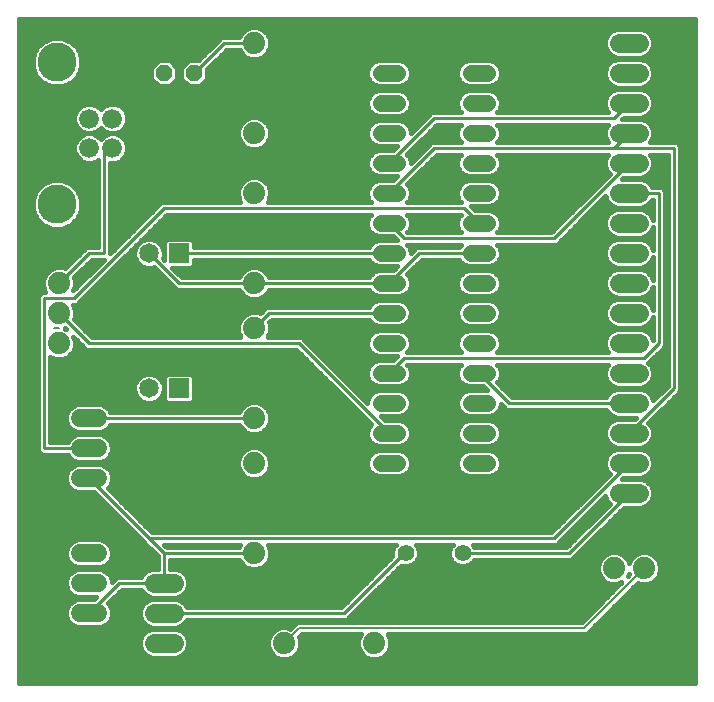
<source format=gbl>
G75*
G70*
%OFA0B0*%
%FSLAX24Y24*%
%IPPOS*%
%LPD*%
%AMOC8*
5,1,8,0,0,1.08239X$1,22.5*
%
%ADD10C,0.0560*%
%ADD11C,0.0640*%
%ADD12C,0.0650*%
%ADD13R,0.0650X0.0650*%
%ADD14OC8,0.0560*%
%ADD15C,0.0560*%
%ADD16C,0.0740*%
%ADD17C,0.0660*%
%ADD18C,0.1300*%
%ADD19C,0.0600*%
%ADD20C,0.0100*%
%ADD21C,0.0080*%
%ADD22C,0.0160*%
D10*
X014781Y007680D02*
X015341Y007680D01*
X015341Y008680D02*
X014781Y008680D01*
X014781Y009680D02*
X015341Y009680D01*
X015341Y010680D02*
X014781Y010680D01*
X014781Y011680D02*
X015341Y011680D01*
X015341Y012680D02*
X014781Y012680D01*
X014781Y013680D02*
X015341Y013680D01*
X015341Y014680D02*
X014781Y014680D01*
X014781Y015680D02*
X015341Y015680D01*
X015341Y016680D02*
X014781Y016680D01*
X014781Y017680D02*
X015341Y017680D01*
X015341Y018680D02*
X014781Y018680D01*
X014781Y019680D02*
X015341Y019680D01*
X015341Y020680D02*
X014781Y020680D01*
X017781Y020680D02*
X018341Y020680D01*
X018341Y019680D02*
X017781Y019680D01*
X017781Y018680D02*
X018341Y018680D01*
X018341Y017680D02*
X017781Y017680D01*
X017781Y016680D02*
X018341Y016680D01*
X018341Y015680D02*
X017781Y015680D01*
X017781Y014680D02*
X018341Y014680D01*
X018341Y013680D02*
X017781Y013680D01*
X017781Y012680D02*
X018341Y012680D01*
X018341Y011680D02*
X017781Y011680D01*
X017781Y010680D02*
X018341Y010680D01*
X018341Y009680D02*
X017781Y009680D01*
X017781Y008680D02*
X018341Y008680D01*
X018341Y007680D02*
X017781Y007680D01*
D11*
X022741Y007680D02*
X023381Y007680D01*
X023381Y006680D02*
X022741Y006680D01*
X022741Y008680D02*
X023381Y008680D01*
X023381Y009680D02*
X022741Y009680D01*
X022741Y010680D02*
X023381Y010680D01*
X023381Y011680D02*
X022741Y011680D01*
X022741Y012680D02*
X023381Y012680D01*
X023381Y013680D02*
X022741Y013680D01*
X022741Y014680D02*
X023381Y014680D01*
X023381Y015680D02*
X022741Y015680D01*
X022741Y016680D02*
X023381Y016680D01*
X023381Y017680D02*
X022741Y017680D01*
X022741Y018680D02*
X023381Y018680D01*
X023381Y019680D02*
X022741Y019680D01*
X022741Y020680D02*
X023381Y020680D01*
X023381Y021680D02*
X022741Y021680D01*
X007881Y003680D02*
X007241Y003680D01*
X007241Y002680D02*
X007881Y002680D01*
X007881Y001680D02*
X007241Y001680D01*
D12*
X007061Y010180D03*
X007061Y014680D03*
D13*
X008061Y014680D03*
X008061Y010180D03*
D14*
X007561Y020680D03*
X008561Y020680D03*
D15*
X015611Y004680D03*
X017511Y004680D03*
D16*
X014561Y001680D03*
X011561Y001680D03*
X010561Y004680D03*
X010561Y007680D03*
X010561Y009180D03*
X010561Y012180D03*
X010561Y013680D03*
X010561Y016680D03*
X010561Y018680D03*
X010561Y021680D03*
X004061Y013680D03*
X004061Y012680D03*
X004061Y011680D03*
X022561Y004180D03*
X023561Y004180D03*
D17*
X005841Y018188D03*
X005061Y018188D03*
X005061Y019172D03*
X005841Y019172D03*
D18*
X003991Y021050D03*
X003991Y016310D03*
D19*
X004761Y009180D02*
X005361Y009180D01*
X005361Y008180D02*
X004761Y008180D01*
X004761Y007180D02*
X005361Y007180D01*
X005361Y004680D02*
X004761Y004680D01*
X004761Y003680D02*
X005361Y003680D01*
X005361Y002680D02*
X004761Y002680D01*
D20*
X005061Y002680D02*
X006061Y003680D01*
X007561Y003680D01*
X007561Y004680D01*
X010561Y004680D01*
X007561Y002680D02*
X013561Y002680D01*
X015561Y004680D01*
X015611Y004680D01*
X017511Y004680D02*
X021061Y004680D01*
X023061Y006680D01*
X023061Y007680D02*
X020561Y005180D01*
X007061Y005180D01*
X005061Y007180D01*
X005061Y008180D02*
X003561Y008180D01*
X003561Y013180D01*
X004561Y013180D01*
X007561Y016180D01*
X017561Y016180D01*
X018061Y015680D01*
X018061Y014680D02*
X016061Y014680D01*
X015061Y013680D01*
X010561Y013680D01*
X008061Y013680D01*
X007061Y014680D01*
X008061Y014680D02*
X015061Y014680D01*
X015561Y015180D02*
X020561Y015180D01*
X023061Y017680D01*
X022561Y018180D02*
X024561Y018180D01*
X024561Y010180D01*
X023061Y008680D01*
X023061Y009680D02*
X019061Y009680D01*
X018061Y010680D01*
X015561Y011180D02*
X023561Y011180D01*
X024061Y011680D01*
X024061Y016680D01*
X023061Y016680D01*
X022561Y018180D02*
X023061Y018680D01*
X022561Y018180D02*
X016561Y018180D01*
X015061Y016680D01*
X015061Y015680D02*
X015561Y015180D01*
X015061Y012680D02*
X011061Y012680D01*
X010561Y012180D01*
X012061Y011680D02*
X005061Y011680D01*
X004061Y012680D01*
X004061Y013680D02*
X005061Y014680D01*
X005561Y014680D01*
X005561Y018180D01*
X005841Y018188D01*
X008561Y020680D02*
X009561Y021680D01*
X010561Y021680D01*
X015061Y017680D02*
X016561Y019180D01*
X022561Y019180D01*
X023061Y019680D01*
X015561Y011180D02*
X015061Y010680D01*
X015061Y008680D02*
X012061Y011680D01*
X010561Y009180D02*
X005061Y009180D01*
X007061Y005180D02*
X007561Y004680D01*
D21*
X011561Y001680D02*
X012061Y002180D01*
X021561Y002180D01*
X023561Y004180D01*
X004061Y012180D02*
X003883Y012180D01*
D22*
X002741Y022496D02*
X002741Y000360D01*
X025251Y000360D01*
X025251Y022496D01*
X002741Y022496D01*
X002741Y022405D02*
X025251Y022405D01*
X025251Y022246D02*
X002741Y022246D01*
X002741Y022088D02*
X010219Y022088D01*
X010261Y022129D02*
X010112Y021980D01*
X010075Y021890D01*
X009474Y021890D01*
X009351Y021767D01*
X008704Y021120D01*
X008379Y021120D01*
X008121Y020862D01*
X008121Y020498D01*
X008379Y020240D01*
X008744Y020240D01*
X009001Y020498D01*
X009001Y020823D01*
X009648Y021470D01*
X010075Y021470D01*
X010112Y021380D01*
X010261Y021231D01*
X010456Y021150D01*
X010667Y021150D01*
X010861Y021231D01*
X011011Y021380D01*
X011091Y021575D01*
X011091Y021785D01*
X011011Y021980D01*
X010861Y022129D01*
X010667Y022210D01*
X010456Y022210D01*
X010261Y022129D01*
X010091Y021929D02*
X002741Y021929D01*
X002741Y021771D02*
X003614Y021771D01*
X003532Y021737D02*
X003305Y021509D01*
X003181Y021211D01*
X003181Y020889D01*
X003305Y020591D01*
X003532Y020363D01*
X003830Y020240D01*
X004152Y020240D01*
X004450Y020363D01*
X004678Y020591D01*
X004801Y020889D01*
X004801Y021211D01*
X004678Y021509D01*
X004450Y021737D01*
X004152Y021860D01*
X003830Y021860D01*
X003532Y021737D01*
X003408Y021612D02*
X002741Y021612D01*
X002741Y021454D02*
X003282Y021454D01*
X003216Y021295D02*
X002741Y021295D01*
X002741Y021137D02*
X003181Y021137D01*
X003181Y020978D02*
X002741Y020978D01*
X002741Y020820D02*
X003210Y020820D01*
X003276Y020661D02*
X002741Y020661D01*
X002741Y020503D02*
X003393Y020503D01*
X003579Y020344D02*
X002741Y020344D01*
X002741Y020186D02*
X025251Y020186D01*
X025251Y020344D02*
X023724Y020344D01*
X023788Y020408D02*
X023653Y020273D01*
X023477Y020200D01*
X022646Y020200D01*
X022469Y020273D01*
X022334Y020408D01*
X022261Y020585D01*
X022261Y020775D01*
X022334Y020952D01*
X022469Y021087D01*
X022646Y021160D01*
X023477Y021160D01*
X023653Y021087D01*
X023788Y020952D01*
X023861Y020775D01*
X023861Y020585D01*
X023788Y020408D01*
X023827Y020503D02*
X025251Y020503D01*
X025251Y020661D02*
X023861Y020661D01*
X023843Y020820D02*
X025251Y020820D01*
X025251Y020978D02*
X023762Y020978D01*
X023533Y021137D02*
X025251Y021137D01*
X025251Y021295D02*
X023675Y021295D01*
X023653Y021273D02*
X023788Y021408D01*
X023861Y021585D01*
X023861Y021775D01*
X023788Y021952D01*
X023653Y022087D01*
X023477Y022160D01*
X022646Y022160D01*
X022469Y022087D01*
X022334Y021952D01*
X022261Y021775D01*
X022261Y021585D01*
X022334Y021408D01*
X022469Y021273D01*
X022646Y021200D01*
X023477Y021200D01*
X023653Y021273D01*
X023807Y021454D02*
X025251Y021454D01*
X025251Y021612D02*
X023861Y021612D01*
X023861Y021771D02*
X025251Y021771D01*
X025251Y021929D02*
X023798Y021929D01*
X023652Y022088D02*
X025251Y022088D01*
X023653Y020087D02*
X023477Y020160D01*
X022646Y020160D01*
X022469Y020087D01*
X022334Y019952D01*
X022261Y019775D01*
X022261Y019585D01*
X022334Y019408D01*
X022352Y019390D01*
X018674Y019390D01*
X018714Y019431D01*
X018781Y019592D01*
X018781Y019768D01*
X018714Y019929D01*
X018590Y020053D01*
X018429Y020120D01*
X017694Y020120D01*
X017532Y020053D01*
X017408Y019929D01*
X017341Y019768D01*
X017341Y019592D01*
X017408Y019431D01*
X017449Y019390D01*
X016474Y019390D01*
X016351Y019267D01*
X015781Y018697D01*
X015781Y018768D01*
X015714Y018929D01*
X015590Y019053D01*
X015429Y019120D01*
X014694Y019120D01*
X014532Y019053D01*
X014408Y018929D01*
X014341Y018768D01*
X014341Y018592D01*
X014408Y018431D01*
X014532Y018307D01*
X014694Y018240D01*
X015324Y018240D01*
X015204Y018120D01*
X014694Y018120D01*
X014532Y018053D01*
X014408Y017929D01*
X014341Y017768D01*
X014341Y017592D01*
X014408Y017431D01*
X014532Y017307D01*
X014694Y017240D01*
X015324Y017240D01*
X015204Y017120D01*
X014694Y017120D01*
X014532Y017053D01*
X014408Y016929D01*
X014341Y016768D01*
X014341Y016592D01*
X014408Y016431D01*
X014449Y016390D01*
X011015Y016390D01*
X011091Y016575D01*
X011091Y016785D01*
X011011Y016980D01*
X010861Y017129D01*
X010667Y017210D01*
X010456Y017210D01*
X010261Y017129D01*
X010112Y016980D01*
X010031Y016785D01*
X010031Y016575D01*
X010108Y016390D01*
X007474Y016390D01*
X005771Y014687D01*
X005771Y017698D01*
X005939Y017698D01*
X006119Y017772D01*
X006257Y017910D01*
X006331Y018090D01*
X006331Y018285D01*
X006257Y018465D01*
X006119Y018603D01*
X005939Y018678D01*
X005744Y018678D01*
X005564Y018603D01*
X005451Y018491D01*
X005339Y018603D01*
X005159Y018678D01*
X004964Y018678D01*
X004784Y018603D01*
X004646Y018465D01*
X004571Y018285D01*
X004571Y018090D01*
X004646Y017910D01*
X004784Y017772D01*
X004964Y017698D01*
X005159Y017698D01*
X005339Y017772D01*
X005351Y017785D01*
X005351Y014890D01*
X004974Y014890D01*
X004257Y014173D01*
X004167Y014210D01*
X003956Y014210D01*
X003761Y014129D01*
X003612Y013980D01*
X003531Y013785D01*
X003531Y013575D01*
X003608Y013390D01*
X003474Y013390D01*
X003351Y013267D01*
X003351Y008093D01*
X003474Y007970D01*
X004350Y007970D01*
X004371Y007919D01*
X004501Y007790D01*
X004670Y007720D01*
X005453Y007720D01*
X005622Y007790D01*
X005751Y007919D01*
X005821Y008088D01*
X005821Y008271D01*
X005751Y008441D01*
X005622Y008570D01*
X005453Y008640D01*
X004670Y008640D01*
X004501Y008570D01*
X004371Y008441D01*
X004350Y008390D01*
X003771Y008390D01*
X003771Y011226D01*
X003956Y011150D01*
X004167Y011150D01*
X004361Y011231D01*
X004511Y011380D01*
X004591Y011575D01*
X004591Y011785D01*
X004659Y011785D01*
X004591Y011785D02*
X004543Y011901D01*
X004974Y011470D01*
X011974Y011470D01*
X014462Y008983D01*
X014408Y008929D01*
X014341Y008768D01*
X014341Y008592D01*
X014408Y008431D01*
X014532Y008307D01*
X014694Y008240D01*
X015429Y008240D01*
X015590Y008307D01*
X015714Y008431D01*
X015781Y008592D01*
X015781Y008768D01*
X015714Y008929D01*
X015590Y009053D01*
X015429Y009120D01*
X014918Y009120D01*
X014798Y009240D01*
X015429Y009240D01*
X015590Y009307D01*
X015714Y009431D01*
X015781Y009592D01*
X015781Y009768D01*
X015714Y009929D01*
X015590Y010053D01*
X015429Y010120D01*
X014694Y010120D01*
X014532Y010053D01*
X014408Y009929D01*
X014341Y009768D01*
X014341Y009697D01*
X012271Y011767D01*
X012148Y011890D01*
X011015Y011890D01*
X011091Y012075D01*
X011091Y012285D01*
X011054Y012376D01*
X011148Y012470D01*
X014392Y012470D01*
X014408Y012431D01*
X014532Y012307D01*
X014694Y012240D01*
X015429Y012240D01*
X015590Y012307D01*
X015714Y012431D01*
X015781Y012592D01*
X015781Y012768D01*
X015714Y012929D01*
X015590Y013053D01*
X017532Y013053D01*
X017408Y012929D01*
X017341Y012768D01*
X017341Y012592D01*
X017408Y012431D01*
X017532Y012307D01*
X017694Y012240D01*
X018429Y012240D01*
X018590Y012307D01*
X018714Y012431D01*
X018781Y012592D01*
X018781Y012768D01*
X018714Y012929D01*
X018590Y013053D01*
X022435Y013053D01*
X022469Y013087D02*
X022334Y012952D01*
X022261Y012775D01*
X022261Y012585D01*
X022334Y012408D01*
X022469Y012273D01*
X022646Y012200D01*
X023477Y012200D01*
X023653Y012273D01*
X023788Y012408D01*
X023851Y012560D01*
X023851Y011800D01*
X023788Y011952D01*
X023653Y012087D01*
X023477Y012160D01*
X022646Y012160D01*
X022469Y012087D01*
X022334Y011952D01*
X022261Y011775D01*
X022261Y011585D01*
X022334Y011408D01*
X022352Y011390D01*
X018674Y011390D01*
X018714Y011431D01*
X018781Y011592D01*
X018781Y011768D01*
X018714Y011929D01*
X018590Y012053D01*
X018429Y012120D01*
X017694Y012120D01*
X017532Y012053D01*
X017408Y011929D01*
X017341Y011768D01*
X017341Y011592D01*
X017408Y011431D01*
X017449Y011390D01*
X015674Y011390D01*
X015714Y011431D01*
X015781Y011592D01*
X015781Y011768D01*
X015714Y011929D01*
X015590Y012053D01*
X015429Y012120D01*
X014694Y012120D01*
X014532Y012053D01*
X014408Y011929D01*
X014341Y011768D01*
X014341Y011592D01*
X014408Y011431D01*
X014532Y011307D01*
X014694Y011240D01*
X015324Y011240D01*
X015204Y011120D01*
X014694Y011120D01*
X014532Y011053D01*
X014408Y010929D01*
X014341Y010768D01*
X014341Y010592D01*
X014408Y010431D01*
X014532Y010307D01*
X014694Y010240D01*
X015429Y010240D01*
X015590Y010307D01*
X015714Y010431D01*
X015781Y010592D01*
X015781Y010768D01*
X015714Y010929D01*
X015674Y010970D01*
X017449Y010970D01*
X017408Y010929D01*
X017341Y010768D01*
X017341Y010592D01*
X017408Y010431D01*
X017532Y010307D01*
X017694Y010240D01*
X018204Y010240D01*
X018324Y010120D01*
X017694Y010120D01*
X017532Y010053D01*
X017408Y009929D01*
X017341Y009768D01*
X017341Y009592D01*
X017408Y009431D01*
X017532Y009307D01*
X017694Y009240D01*
X018429Y009240D01*
X018590Y009307D01*
X018714Y009431D01*
X018781Y009592D01*
X018781Y009663D01*
X018851Y009593D01*
X018974Y009470D01*
X022309Y009470D01*
X022334Y009408D01*
X022469Y009273D01*
X022646Y009200D01*
X023284Y009200D01*
X023244Y009160D01*
X022646Y009160D01*
X022469Y009087D01*
X022334Y008952D01*
X022261Y008775D01*
X022261Y008585D01*
X022334Y008408D01*
X022469Y008273D01*
X022646Y008200D01*
X023477Y008200D01*
X023653Y008273D01*
X023788Y008408D01*
X023861Y008585D01*
X023861Y008775D01*
X023788Y008952D01*
X023709Y009031D01*
X024648Y009970D01*
X024771Y010093D01*
X024771Y018267D01*
X024648Y018390D01*
X023770Y018390D01*
X023788Y018408D01*
X023861Y018585D01*
X023861Y018775D01*
X023788Y018952D01*
X023653Y019087D01*
X023477Y019160D01*
X022838Y019160D01*
X022878Y019200D01*
X023477Y019200D01*
X023653Y019273D01*
X023788Y019408D01*
X023861Y019585D01*
X023861Y019775D01*
X023788Y019952D01*
X023653Y020087D01*
X023713Y020027D02*
X025251Y020027D01*
X025251Y019869D02*
X023823Y019869D01*
X023861Y019710D02*
X025251Y019710D01*
X025251Y019552D02*
X023848Y019552D01*
X023773Y019393D02*
X025251Y019393D01*
X025251Y019235D02*
X023560Y019235D01*
X023664Y019076D02*
X025251Y019076D01*
X025251Y018918D02*
X023802Y018918D01*
X023861Y018759D02*
X025251Y018759D01*
X025251Y018601D02*
X023861Y018601D01*
X023802Y018442D02*
X025251Y018442D01*
X025251Y018284D02*
X024755Y018284D01*
X024771Y018125D02*
X025251Y018125D01*
X025251Y017967D02*
X024771Y017967D01*
X024771Y017808D02*
X025251Y017808D01*
X025251Y017650D02*
X024771Y017650D01*
X024771Y017491D02*
X025251Y017491D01*
X025251Y017333D02*
X024771Y017333D01*
X024771Y017174D02*
X025251Y017174D01*
X025251Y017016D02*
X024771Y017016D01*
X024771Y016857D02*
X025251Y016857D01*
X025251Y016699D02*
X024771Y016699D01*
X024771Y016540D02*
X025251Y016540D01*
X025251Y016382D02*
X024771Y016382D01*
X024771Y016223D02*
X025251Y016223D01*
X025251Y016065D02*
X024771Y016065D01*
X024771Y015906D02*
X025251Y015906D01*
X025251Y015748D02*
X024771Y015748D01*
X024771Y015589D02*
X025251Y015589D01*
X025251Y015431D02*
X024771Y015431D01*
X024771Y015272D02*
X025251Y015272D01*
X025251Y015114D02*
X024771Y015114D01*
X024771Y014955D02*
X025251Y014955D01*
X025251Y014797D02*
X024771Y014797D01*
X024771Y014638D02*
X025251Y014638D01*
X025251Y014480D02*
X024771Y014480D01*
X024771Y014321D02*
X025251Y014321D01*
X025251Y014163D02*
X024771Y014163D01*
X024771Y014004D02*
X025251Y014004D01*
X025251Y013846D02*
X024771Y013846D01*
X024771Y013687D02*
X025251Y013687D01*
X025251Y013529D02*
X024771Y013529D01*
X024771Y013370D02*
X025251Y013370D01*
X025251Y013212D02*
X024771Y013212D01*
X024771Y013053D02*
X025251Y013053D01*
X025251Y012895D02*
X024771Y012895D01*
X024771Y012736D02*
X025251Y012736D01*
X025251Y012578D02*
X024771Y012578D01*
X024771Y012419D02*
X025251Y012419D01*
X025251Y012261D02*
X024771Y012261D01*
X024771Y012102D02*
X025251Y012102D01*
X025251Y011944D02*
X024771Y011944D01*
X024771Y011785D02*
X025251Y011785D01*
X025251Y011627D02*
X024771Y011627D01*
X024771Y011468D02*
X025251Y011468D01*
X025251Y011310D02*
X024771Y011310D01*
X024771Y011151D02*
X025251Y011151D01*
X025251Y010993D02*
X024771Y010993D01*
X024771Y010834D02*
X025251Y010834D01*
X025251Y010676D02*
X024771Y010676D01*
X024771Y010517D02*
X025251Y010517D01*
X025251Y010359D02*
X024771Y010359D01*
X024771Y010200D02*
X025251Y010200D01*
X025251Y010042D02*
X024720Y010042D01*
X024561Y009883D02*
X025251Y009883D01*
X025251Y009725D02*
X024403Y009725D01*
X024244Y009566D02*
X025251Y009566D01*
X025251Y009408D02*
X024086Y009408D01*
X023927Y009249D02*
X025251Y009249D01*
X025251Y009091D02*
X023769Y009091D01*
X023796Y008932D02*
X025251Y008932D01*
X025251Y008774D02*
X023861Y008774D01*
X023861Y008615D02*
X025251Y008615D01*
X025251Y008457D02*
X023808Y008457D01*
X023678Y008298D02*
X025251Y008298D01*
X025251Y008140D02*
X023526Y008140D01*
X023477Y008160D02*
X022646Y008160D01*
X022469Y008087D01*
X022334Y007952D01*
X022261Y007775D01*
X022261Y007585D01*
X022334Y007408D01*
X022413Y007329D01*
X020474Y005390D01*
X007148Y005390D01*
X005685Y006853D01*
X005751Y006919D01*
X005821Y007088D01*
X005821Y007271D01*
X005751Y007441D01*
X005622Y007570D01*
X005453Y007640D01*
X004670Y007640D01*
X004501Y007570D01*
X004371Y007441D01*
X004301Y007271D01*
X004301Y007088D01*
X004371Y006919D01*
X004501Y006790D01*
X004670Y006720D01*
X005224Y006720D01*
X006851Y005093D01*
X006974Y004970D01*
X007351Y004593D01*
X007351Y004160D01*
X007146Y004160D01*
X006969Y004087D01*
X006834Y003952D01*
X006809Y003890D01*
X005974Y003890D01*
X005851Y003767D01*
X005821Y003737D01*
X005821Y003771D01*
X005751Y003941D01*
X005622Y004070D01*
X005453Y004140D01*
X004670Y004140D01*
X004501Y004070D01*
X004371Y003941D01*
X004301Y003771D01*
X004301Y003588D01*
X004371Y003419D01*
X004501Y003290D01*
X004670Y003220D01*
X005304Y003220D01*
X005224Y003140D01*
X004670Y003140D01*
X004501Y003070D01*
X004371Y002941D01*
X004301Y002771D01*
X004301Y002588D01*
X004371Y002419D01*
X004501Y002290D01*
X004670Y002220D01*
X005453Y002220D01*
X005622Y002290D01*
X005751Y002419D01*
X005821Y002588D01*
X005821Y002771D01*
X005751Y002941D01*
X005685Y003007D01*
X006148Y003470D01*
X006809Y003470D01*
X006834Y003408D01*
X006969Y003273D01*
X007146Y003200D01*
X007977Y003200D01*
X008153Y003273D01*
X008288Y003408D01*
X008361Y003585D01*
X008361Y003775D01*
X008288Y003952D01*
X008153Y004087D01*
X007977Y004160D01*
X007771Y004160D01*
X007771Y004470D01*
X010075Y004470D01*
X010112Y004380D01*
X010261Y004231D01*
X010456Y004150D01*
X010667Y004150D01*
X010861Y004231D01*
X011011Y004380D01*
X011091Y004575D01*
X011091Y004785D01*
X011015Y004970D01*
X015279Y004970D01*
X015238Y004929D01*
X015171Y004768D01*
X015171Y004592D01*
X015173Y004589D01*
X013474Y002890D01*
X008314Y002890D01*
X008288Y002952D01*
X008153Y003087D01*
X007977Y003160D01*
X007146Y003160D01*
X006969Y003087D01*
X006834Y002952D01*
X006761Y002775D01*
X006761Y002585D01*
X006834Y002408D01*
X006969Y002273D01*
X007146Y002200D01*
X007977Y002200D01*
X008153Y002273D01*
X008288Y002408D01*
X008314Y002470D01*
X013648Y002470D01*
X013771Y002593D01*
X015449Y004271D01*
X015524Y004240D01*
X015699Y004240D01*
X015860Y004307D01*
X015984Y004431D01*
X016051Y004592D01*
X016051Y004768D01*
X015984Y004929D01*
X015944Y004970D01*
X017179Y004970D01*
X017138Y004929D01*
X017071Y004768D01*
X017071Y004592D01*
X017138Y004431D01*
X017262Y004307D01*
X017424Y004240D01*
X017599Y004240D01*
X017760Y004307D01*
X017884Y004431D01*
X017901Y004470D01*
X021148Y004470D01*
X021271Y004593D01*
X022878Y006200D01*
X023477Y006200D01*
X023653Y006273D01*
X023788Y006408D01*
X023861Y006585D01*
X023861Y006775D01*
X023788Y006952D01*
X023653Y007087D01*
X023477Y007160D01*
X022838Y007160D01*
X022878Y007200D01*
X023477Y007200D01*
X023653Y007273D01*
X023788Y007408D01*
X023861Y007585D01*
X023861Y007775D01*
X023788Y007952D01*
X023653Y008087D01*
X023477Y008160D01*
X023759Y007981D02*
X025251Y007981D01*
X025251Y007823D02*
X023842Y007823D01*
X023861Y007664D02*
X025251Y007664D01*
X025251Y007506D02*
X023829Y007506D01*
X023727Y007347D02*
X025251Y007347D01*
X025251Y007189D02*
X022867Y007189D01*
X022395Y007347D02*
X018631Y007347D01*
X018590Y007307D02*
X018714Y007431D01*
X018781Y007592D01*
X018781Y007768D01*
X018714Y007929D01*
X018590Y008053D01*
X018429Y008120D01*
X017694Y008120D01*
X017532Y008053D01*
X017408Y007929D01*
X017341Y007768D01*
X017341Y007592D01*
X017408Y007431D01*
X017532Y007307D01*
X017694Y007240D01*
X018429Y007240D01*
X018590Y007307D01*
X018745Y007506D02*
X022294Y007506D01*
X022261Y007664D02*
X018781Y007664D01*
X018758Y007823D02*
X022281Y007823D01*
X022363Y007981D02*
X018662Y007981D01*
X018569Y008298D02*
X022444Y008298D01*
X022314Y008457D02*
X018725Y008457D01*
X018714Y008431D02*
X018781Y008592D01*
X018781Y008768D01*
X018714Y008929D01*
X018590Y009053D01*
X018429Y009120D01*
X017694Y009120D01*
X017532Y009053D01*
X017408Y008929D01*
X017341Y008768D01*
X017341Y008592D01*
X017408Y008431D01*
X017532Y008307D01*
X017694Y008240D01*
X018429Y008240D01*
X018590Y008307D01*
X018714Y008431D01*
X018781Y008615D02*
X022261Y008615D01*
X022261Y008774D02*
X018779Y008774D01*
X018711Y008932D02*
X022326Y008932D01*
X022478Y009091D02*
X018500Y009091D01*
X018451Y009249D02*
X022527Y009249D01*
X022335Y009408D02*
X018691Y009408D01*
X018770Y009566D02*
X018878Y009566D01*
X018851Y009593D02*
X018851Y009593D01*
X019148Y009890D02*
X018661Y010377D01*
X018714Y010431D01*
X018781Y010592D01*
X018781Y010768D01*
X018714Y010929D01*
X018674Y010970D01*
X022352Y010970D01*
X022334Y010952D01*
X022261Y010775D01*
X022261Y010585D01*
X022334Y010408D01*
X022469Y010273D01*
X022646Y010200D01*
X023477Y010200D01*
X024284Y010200D01*
X024351Y010267D02*
X024351Y017970D01*
X023770Y017970D01*
X023788Y017952D01*
X023861Y017775D01*
X023861Y017585D01*
X023788Y017408D01*
X023653Y017273D01*
X023477Y017200D01*
X022878Y017200D01*
X022838Y017160D01*
X023477Y017160D01*
X023653Y017087D01*
X023788Y016952D01*
X023814Y016890D01*
X024148Y016890D01*
X024271Y016767D01*
X024271Y011593D01*
X024148Y011470D01*
X023709Y011031D01*
X023788Y010952D01*
X023861Y010775D01*
X023861Y010585D01*
X023788Y010408D01*
X023653Y010273D01*
X023477Y010200D01*
X023477Y010160D02*
X022646Y010160D01*
X022469Y010087D01*
X022334Y009952D01*
X022309Y009890D01*
X019148Y009890D01*
X018997Y010042D02*
X022424Y010042D01*
X022646Y010200D02*
X018838Y010200D01*
X018680Y010359D02*
X022384Y010359D01*
X022289Y010517D02*
X018750Y010517D01*
X018781Y010676D02*
X022261Y010676D01*
X022286Y010834D02*
X018754Y010834D01*
X018730Y011468D02*
X022310Y011468D01*
X022261Y011627D02*
X018781Y011627D01*
X018774Y011785D02*
X022265Y011785D01*
X022331Y011944D02*
X018700Y011944D01*
X018472Y012102D02*
X022506Y012102D01*
X022500Y012261D02*
X018478Y012261D01*
X018703Y012419D02*
X022330Y012419D01*
X022264Y012578D02*
X018775Y012578D01*
X018781Y012736D02*
X022261Y012736D01*
X022311Y012895D02*
X018729Y012895D01*
X018590Y013053D02*
X018429Y013120D01*
X017694Y013120D01*
X017532Y013053D01*
X017394Y012895D02*
X015729Y012895D01*
X015781Y012736D02*
X017341Y012736D01*
X017347Y012578D02*
X015775Y012578D01*
X015703Y012419D02*
X017420Y012419D01*
X017644Y012261D02*
X015478Y012261D01*
X015472Y012102D02*
X017650Y012102D01*
X017423Y011944D02*
X015700Y011944D01*
X015774Y011785D02*
X017349Y011785D01*
X017341Y011627D02*
X015781Y011627D01*
X015730Y011468D02*
X017393Y011468D01*
X017369Y010834D02*
X015754Y010834D01*
X015781Y010676D02*
X017341Y010676D01*
X017373Y010517D02*
X015750Y010517D01*
X015642Y010359D02*
X017480Y010359D01*
X017521Y010042D02*
X015602Y010042D01*
X015733Y009883D02*
X017389Y009883D01*
X017341Y009725D02*
X015781Y009725D01*
X015770Y009566D02*
X017352Y009566D01*
X017431Y009408D02*
X015691Y009408D01*
X015451Y009249D02*
X017672Y009249D01*
X017623Y009091D02*
X015500Y009091D01*
X015711Y008932D02*
X017411Y008932D01*
X017344Y008774D02*
X015779Y008774D01*
X015781Y008615D02*
X017341Y008615D01*
X017398Y008457D02*
X015725Y008457D01*
X015569Y008298D02*
X017554Y008298D01*
X017460Y007981D02*
X015662Y007981D01*
X015714Y007929D02*
X015590Y008053D01*
X015429Y008120D01*
X014694Y008120D01*
X014532Y008053D01*
X014408Y007929D01*
X014341Y007768D01*
X014341Y007592D01*
X014408Y007431D01*
X014532Y007307D01*
X014694Y007240D01*
X015429Y007240D01*
X015590Y007307D01*
X015714Y007431D01*
X015781Y007592D01*
X015781Y007768D01*
X015714Y007929D01*
X015758Y007823D02*
X017364Y007823D01*
X017341Y007664D02*
X015781Y007664D01*
X015745Y007506D02*
X017377Y007506D01*
X017492Y007347D02*
X015631Y007347D01*
X014554Y008298D02*
X005810Y008298D01*
X005821Y008140D02*
X010286Y008140D01*
X010261Y008129D02*
X010456Y008210D01*
X010667Y008210D01*
X010861Y008129D01*
X011011Y007980D01*
X011091Y007785D01*
X011091Y007575D01*
X011011Y007380D01*
X010861Y007231D01*
X010667Y007150D01*
X010456Y007150D01*
X010261Y007231D01*
X010112Y007380D01*
X010031Y007575D01*
X010031Y007785D01*
X010112Y007980D01*
X010261Y008129D01*
X010113Y007981D02*
X005777Y007981D01*
X005654Y007823D02*
X010047Y007823D01*
X010031Y007664D02*
X002741Y007664D01*
X002741Y007506D02*
X004436Y007506D01*
X004333Y007347D02*
X002741Y007347D01*
X002741Y007189D02*
X004301Y007189D01*
X004325Y007030D02*
X002741Y007030D01*
X002741Y006872D02*
X004419Y006872D01*
X005231Y006713D02*
X002741Y006713D01*
X002741Y006555D02*
X005390Y006555D01*
X005548Y006396D02*
X002741Y006396D01*
X002741Y006238D02*
X005707Y006238D01*
X005865Y006079D02*
X002741Y006079D01*
X002741Y005921D02*
X006024Y005921D01*
X006182Y005762D02*
X002741Y005762D01*
X002741Y005604D02*
X006341Y005604D01*
X006499Y005445D02*
X002741Y005445D01*
X002741Y005287D02*
X006658Y005287D01*
X006816Y005128D02*
X005482Y005128D01*
X005453Y005140D02*
X004670Y005140D01*
X004501Y005070D01*
X004371Y004941D01*
X004301Y004771D01*
X004301Y004588D01*
X004371Y004419D01*
X004501Y004290D01*
X004670Y004220D01*
X005453Y004220D01*
X005622Y004290D01*
X005751Y004419D01*
X005821Y004588D01*
X005821Y004771D01*
X005751Y004941D01*
X005622Y005070D01*
X005453Y005140D01*
X005722Y004970D02*
X006975Y004970D01*
X007133Y004811D02*
X005805Y004811D01*
X005821Y004653D02*
X007292Y004653D01*
X007351Y004494D02*
X005782Y004494D01*
X005667Y004336D02*
X007351Y004336D01*
X007351Y004177D02*
X002741Y004177D01*
X002741Y004019D02*
X004449Y004019D01*
X004338Y003860D02*
X002741Y003860D01*
X002741Y003702D02*
X004301Y003702D01*
X004320Y003543D02*
X002741Y003543D01*
X002741Y003385D02*
X004406Y003385D01*
X004655Y003226D02*
X002741Y003226D01*
X002741Y003068D02*
X004498Y003068D01*
X004358Y002909D02*
X002741Y002909D01*
X002741Y002751D02*
X004301Y002751D01*
X004301Y002592D02*
X002741Y002592D01*
X002741Y002434D02*
X004365Y002434D01*
X004537Y002275D02*
X002741Y002275D01*
X002741Y002117D02*
X007041Y002117D01*
X006969Y002087D02*
X006834Y001952D01*
X006761Y001775D01*
X006761Y001585D01*
X006834Y001408D01*
X006969Y001273D01*
X007146Y001200D01*
X007977Y001200D01*
X008153Y001273D01*
X008288Y001408D01*
X008361Y001585D01*
X008361Y001775D01*
X008288Y001952D01*
X008153Y002087D01*
X007977Y002160D01*
X007146Y002160D01*
X006969Y002087D01*
X006840Y001958D02*
X002741Y001958D01*
X002741Y001800D02*
X006771Y001800D01*
X006761Y001641D02*
X002741Y001641D01*
X002741Y001483D02*
X006804Y001483D01*
X006918Y001324D02*
X002741Y001324D01*
X002741Y001166D02*
X011418Y001166D01*
X011456Y001150D02*
X011667Y001150D01*
X011861Y001231D01*
X012011Y001380D01*
X012091Y001575D01*
X012091Y001785D01*
X012050Y001886D01*
X012144Y001980D01*
X014112Y001980D01*
X014031Y001785D01*
X014031Y001575D01*
X014112Y001380D01*
X014261Y001231D01*
X014456Y001150D01*
X014667Y001150D01*
X014861Y001231D01*
X015011Y001380D01*
X015091Y001575D01*
X015091Y001785D01*
X015011Y001980D01*
X021644Y001980D01*
X021761Y002097D01*
X023356Y003692D01*
X023456Y003650D01*
X023667Y003650D01*
X023861Y003731D01*
X024011Y003880D01*
X024091Y004075D01*
X024091Y004285D01*
X024011Y004480D01*
X023861Y004629D01*
X023667Y004710D01*
X023456Y004710D01*
X023261Y004629D01*
X023112Y004480D01*
X023061Y004358D01*
X023011Y004480D01*
X022861Y004629D01*
X022667Y004710D01*
X022456Y004710D01*
X022261Y004629D01*
X022112Y004480D01*
X022031Y004285D01*
X022031Y004075D01*
X022112Y003880D01*
X022261Y003731D01*
X022456Y003650D01*
X022667Y003650D01*
X022806Y003708D01*
X021478Y002380D01*
X011978Y002380D01*
X011861Y002263D01*
X011767Y002168D01*
X011667Y002210D01*
X011456Y002210D01*
X011261Y002129D01*
X011112Y001980D01*
X011031Y001785D01*
X011031Y001575D01*
X011112Y001380D01*
X011261Y001231D01*
X011456Y001150D01*
X011704Y001166D02*
X014418Y001166D01*
X014704Y001166D02*
X025251Y001166D01*
X025251Y001324D02*
X014955Y001324D01*
X015053Y001483D02*
X025251Y001483D01*
X025251Y001641D02*
X015091Y001641D01*
X015085Y001800D02*
X025251Y001800D01*
X025251Y001958D02*
X015020Y001958D01*
X014103Y001958D02*
X012122Y001958D01*
X012085Y001800D02*
X014037Y001800D01*
X014031Y001641D02*
X012091Y001641D01*
X012053Y001483D02*
X014069Y001483D01*
X014168Y001324D02*
X011955Y001324D01*
X011168Y001324D02*
X008204Y001324D01*
X008319Y001483D02*
X011069Y001483D01*
X011031Y001641D02*
X008361Y001641D01*
X008351Y001800D02*
X011037Y001800D01*
X011103Y001958D02*
X008282Y001958D01*
X008082Y002117D02*
X011248Y002117D01*
X011873Y002275D02*
X008155Y002275D01*
X008299Y002434D02*
X021532Y002434D01*
X021690Y002592D02*
X013770Y002592D01*
X013929Y002751D02*
X021849Y002751D01*
X022007Y002909D02*
X014087Y002909D01*
X014246Y003068D02*
X022166Y003068D01*
X022324Y003226D02*
X014404Y003226D01*
X014563Y003385D02*
X022483Y003385D01*
X022641Y003543D02*
X014721Y003543D01*
X014880Y003702D02*
X022331Y003702D01*
X022132Y003860D02*
X015038Y003860D01*
X015197Y004019D02*
X022054Y004019D01*
X022031Y004177D02*
X015355Y004177D01*
X015078Y004494D02*
X011058Y004494D01*
X011091Y004653D02*
X015171Y004653D01*
X015189Y004811D02*
X011081Y004811D01*
X011015Y004970D02*
X015279Y004970D01*
X015944Y004970D02*
X017179Y004970D01*
X017089Y004811D02*
X016033Y004811D01*
X016051Y004653D02*
X017071Y004653D01*
X017112Y004494D02*
X016010Y004494D01*
X015889Y004336D02*
X017233Y004336D01*
X017789Y004336D02*
X022052Y004336D01*
X022126Y004494D02*
X021172Y004494D01*
X021331Y004653D02*
X022317Y004653D01*
X022805Y004653D02*
X023317Y004653D01*
X023126Y004494D02*
X022997Y004494D01*
X023061Y004002D02*
X023033Y003935D01*
X023073Y003974D01*
X023061Y004002D01*
X022800Y003702D02*
X022791Y003702D01*
X023049Y003385D02*
X025251Y003385D01*
X025251Y003543D02*
X023207Y003543D01*
X022890Y003226D02*
X025251Y003226D01*
X025251Y003068D02*
X022732Y003068D01*
X022573Y002909D02*
X025251Y002909D01*
X025251Y002751D02*
X022415Y002751D01*
X022256Y002592D02*
X025251Y002592D01*
X025251Y002434D02*
X022098Y002434D01*
X021939Y002275D02*
X025251Y002275D01*
X025251Y002117D02*
X021781Y002117D01*
X021761Y002097D02*
X021761Y002097D01*
X023791Y003702D02*
X025251Y003702D01*
X025251Y003860D02*
X023991Y003860D01*
X024068Y004019D02*
X025251Y004019D01*
X025251Y004177D02*
X024091Y004177D01*
X024071Y004336D02*
X025251Y004336D01*
X025251Y004494D02*
X023997Y004494D01*
X023805Y004653D02*
X025251Y004653D01*
X025251Y004811D02*
X021489Y004811D01*
X021648Y004970D02*
X025251Y004970D01*
X025251Y005128D02*
X021806Y005128D01*
X021965Y005287D02*
X025251Y005287D01*
X025251Y005445D02*
X022123Y005445D01*
X022282Y005604D02*
X025251Y005604D01*
X025251Y005762D02*
X022440Y005762D01*
X022599Y005921D02*
X025251Y005921D01*
X025251Y006079D02*
X022757Y006079D01*
X022413Y006329D02*
X020974Y004890D01*
X017901Y004890D01*
X017884Y004929D01*
X017844Y004970D01*
X021054Y004970D01*
X021212Y005128D02*
X020806Y005128D01*
X020771Y005093D02*
X022262Y006583D01*
X022334Y006408D01*
X022413Y006329D01*
X022346Y006396D02*
X022074Y006396D01*
X021916Y006238D02*
X022322Y006238D01*
X022163Y006079D02*
X021757Y006079D01*
X021599Y005921D02*
X022005Y005921D01*
X021846Y005762D02*
X021440Y005762D01*
X021282Y005604D02*
X021688Y005604D01*
X021529Y005445D02*
X021123Y005445D01*
X020965Y005287D02*
X021371Y005287D01*
X020846Y005762D02*
X006776Y005762D01*
X006618Y005921D02*
X021005Y005921D01*
X021163Y006079D02*
X006459Y006079D01*
X006301Y006238D02*
X021322Y006238D01*
X021480Y006396D02*
X006142Y006396D01*
X005984Y006555D02*
X021639Y006555D01*
X021797Y006713D02*
X005825Y006713D01*
X005703Y006872D02*
X021956Y006872D01*
X022114Y007030D02*
X005797Y007030D01*
X005821Y007189D02*
X010363Y007189D01*
X010145Y007347D02*
X005790Y007347D01*
X005686Y007506D02*
X010060Y007506D01*
X010760Y007189D02*
X022273Y007189D01*
X022274Y006555D02*
X022233Y006555D01*
X023567Y006238D02*
X025251Y006238D01*
X025251Y006396D02*
X023776Y006396D01*
X023849Y006555D02*
X025251Y006555D01*
X025251Y006713D02*
X023861Y006713D01*
X023821Y006872D02*
X025251Y006872D01*
X025251Y007030D02*
X023710Y007030D01*
X022596Y008140D02*
X010837Y008140D01*
X011010Y007981D02*
X014460Y007981D01*
X014364Y007823D02*
X011076Y007823D01*
X011091Y007664D02*
X014341Y007664D01*
X014377Y007506D02*
X011063Y007506D01*
X010978Y007347D02*
X014492Y007347D01*
X014398Y008457D02*
X005735Y008457D01*
X005513Y008615D02*
X014341Y008615D01*
X014344Y008774D02*
X010904Y008774D01*
X010861Y008731D02*
X011011Y008880D01*
X011091Y009075D01*
X011091Y009285D01*
X011011Y009480D01*
X010861Y009629D01*
X010667Y009710D01*
X010456Y009710D01*
X010261Y009629D01*
X010112Y009480D01*
X010075Y009390D01*
X005772Y009390D01*
X005751Y009441D01*
X005622Y009570D01*
X005453Y009640D01*
X004670Y009640D01*
X004501Y009570D01*
X004371Y009441D01*
X004301Y009271D01*
X004301Y009088D01*
X004371Y008919D01*
X004501Y008790D01*
X004670Y008720D01*
X005453Y008720D01*
X005622Y008790D01*
X005751Y008919D01*
X005772Y008970D01*
X010075Y008970D01*
X010112Y008880D01*
X010261Y008731D01*
X010456Y008650D01*
X010667Y008650D01*
X010861Y008731D01*
X011032Y008932D02*
X014411Y008932D01*
X014354Y009091D02*
X011091Y009091D01*
X011091Y009249D02*
X014195Y009249D01*
X014037Y009408D02*
X011041Y009408D01*
X010925Y009566D02*
X013878Y009566D01*
X013720Y009725D02*
X008482Y009725D01*
X008453Y009695D02*
X008546Y009789D01*
X008546Y010571D01*
X008453Y010665D01*
X007670Y010665D01*
X007576Y010571D01*
X007576Y009789D01*
X007670Y009695D01*
X008453Y009695D01*
X008546Y009883D02*
X013561Y009883D01*
X013403Y010042D02*
X008546Y010042D01*
X008546Y010200D02*
X013244Y010200D01*
X013086Y010359D02*
X008546Y010359D01*
X008546Y010517D02*
X012927Y010517D01*
X012769Y010676D02*
X003771Y010676D01*
X003771Y010834D02*
X012610Y010834D01*
X012452Y010993D02*
X003771Y010993D01*
X003771Y011151D02*
X003953Y011151D01*
X004169Y011151D02*
X012293Y011151D01*
X012135Y011310D02*
X004440Y011310D01*
X004547Y011468D02*
X011976Y011468D01*
X012253Y011785D02*
X014349Y011785D01*
X014341Y011627D02*
X012412Y011627D01*
X012570Y011468D02*
X014393Y011468D01*
X014529Y011310D02*
X012729Y011310D01*
X012887Y011151D02*
X015235Y011151D01*
X014472Y010993D02*
X013046Y010993D01*
X013204Y010834D02*
X014369Y010834D01*
X014341Y010676D02*
X013363Y010676D01*
X013521Y010517D02*
X014373Y010517D01*
X014480Y010359D02*
X013680Y010359D01*
X013838Y010200D02*
X018244Y010200D01*
X018429Y013240D02*
X017694Y013240D01*
X017532Y013307D01*
X017408Y013431D01*
X017341Y013592D01*
X017341Y013768D01*
X017408Y013929D01*
X017532Y014053D01*
X017694Y014120D01*
X018429Y014120D01*
X018590Y014053D01*
X018714Y013929D01*
X018781Y013768D01*
X018781Y013592D01*
X018714Y013431D01*
X018590Y013307D01*
X018429Y013240D01*
X018654Y013370D02*
X022372Y013370D01*
X022334Y013408D02*
X022469Y013273D01*
X022646Y013200D01*
X023477Y013200D01*
X023653Y013273D01*
X023788Y013408D01*
X023851Y013560D01*
X023851Y012800D01*
X023788Y012952D01*
X023653Y013087D01*
X023477Y013160D01*
X022646Y013160D01*
X022469Y013087D01*
X022618Y013212D02*
X010815Y013212D01*
X010861Y013231D02*
X011011Y013380D01*
X011048Y013470D01*
X014392Y013470D01*
X014408Y013431D01*
X014532Y013307D01*
X014694Y013240D01*
X015429Y013240D01*
X015590Y013307D01*
X015714Y013431D01*
X015781Y013592D01*
X015781Y013768D01*
X015714Y013929D01*
X015661Y013983D01*
X016148Y014470D01*
X017392Y014470D01*
X017408Y014431D01*
X017532Y014307D01*
X017694Y014240D01*
X018429Y014240D01*
X018590Y014307D01*
X018714Y014431D01*
X018781Y014592D01*
X018781Y014768D01*
X018714Y014929D01*
X018674Y014970D01*
X020648Y014970D01*
X022262Y016583D01*
X022334Y016408D01*
X022469Y016273D01*
X022646Y016200D01*
X023477Y016200D01*
X023653Y016273D01*
X023788Y016408D01*
X023814Y016470D01*
X023851Y016470D01*
X023851Y015800D01*
X023788Y015952D01*
X023653Y016087D01*
X023477Y016160D01*
X022646Y016160D01*
X022469Y016087D01*
X022334Y015952D01*
X022261Y015775D01*
X022261Y015585D01*
X022334Y015408D01*
X022469Y015273D01*
X022646Y015200D01*
X023477Y015200D01*
X023653Y015273D01*
X023788Y015408D01*
X023851Y015560D01*
X023851Y014800D01*
X023788Y014952D01*
X023653Y015087D01*
X023477Y015160D01*
X022646Y015160D01*
X022469Y015087D01*
X022334Y014952D01*
X022261Y014775D01*
X022261Y014585D01*
X022334Y014408D01*
X022469Y014273D01*
X022646Y014200D01*
X023477Y014200D01*
X023653Y014273D01*
X023788Y014408D01*
X023851Y014560D01*
X023851Y013800D01*
X023788Y013952D01*
X023653Y014087D01*
X023477Y014160D01*
X022646Y014160D01*
X022469Y014087D01*
X022334Y013952D01*
X022261Y013775D01*
X022261Y013585D01*
X022334Y013408D01*
X022284Y013529D02*
X018755Y013529D01*
X018781Y013687D02*
X022261Y013687D01*
X022290Y013846D02*
X018749Y013846D01*
X018639Y014004D02*
X022386Y014004D01*
X022421Y014321D02*
X018605Y014321D01*
X018734Y014480D02*
X022305Y014480D01*
X022261Y014638D02*
X018781Y014638D01*
X018769Y014797D02*
X022270Y014797D01*
X022337Y014955D02*
X018688Y014955D01*
X018674Y015390D02*
X018714Y015431D01*
X018781Y015592D01*
X018781Y015768D01*
X018714Y015929D01*
X018590Y016053D01*
X018429Y016120D01*
X017918Y016120D01*
X017798Y016240D01*
X018429Y016240D01*
X018590Y016307D01*
X018714Y016431D01*
X018781Y016592D01*
X018781Y016768D01*
X018714Y016929D01*
X018590Y017053D01*
X018429Y017120D01*
X017694Y017120D01*
X017532Y017053D01*
X017408Y016929D01*
X017341Y016768D01*
X017341Y016592D01*
X017408Y016431D01*
X017449Y016390D01*
X015674Y016390D01*
X015714Y016431D01*
X015781Y016592D01*
X015781Y016768D01*
X015714Y016929D01*
X015661Y016983D01*
X016648Y017970D01*
X017449Y017970D01*
X017408Y017929D01*
X017341Y017768D01*
X017341Y017592D01*
X017408Y017431D01*
X017532Y017307D01*
X017694Y017240D01*
X018429Y017240D01*
X018590Y017307D01*
X018714Y017431D01*
X018781Y017592D01*
X018781Y017768D01*
X018714Y017929D01*
X018674Y017970D01*
X022352Y017970D01*
X022334Y017952D01*
X022261Y017775D01*
X022261Y017585D01*
X022334Y017408D01*
X022413Y017329D01*
X020474Y015390D01*
X018674Y015390D01*
X018714Y015431D02*
X020515Y015431D01*
X020673Y015589D02*
X018780Y015589D01*
X018781Y015748D02*
X020832Y015748D01*
X020990Y015906D02*
X018724Y015906D01*
X018563Y016065D02*
X021149Y016065D01*
X021307Y016223D02*
X017815Y016223D01*
X017449Y015970D02*
X017408Y015929D01*
X017341Y015768D01*
X017341Y015592D01*
X017408Y015431D01*
X017449Y015390D01*
X015674Y015390D01*
X015714Y015431D01*
X015781Y015592D01*
X015781Y015768D01*
X015714Y015929D01*
X015674Y015970D01*
X017449Y015970D01*
X017399Y015906D02*
X015724Y015906D01*
X015781Y015748D02*
X017341Y015748D01*
X017343Y015589D02*
X015780Y015589D01*
X015714Y015431D02*
X017408Y015431D01*
X017449Y014970D02*
X017408Y014929D01*
X017392Y014890D01*
X015974Y014890D01*
X015851Y014767D01*
X015781Y014697D01*
X015781Y014768D01*
X015714Y014929D01*
X015674Y014970D01*
X017449Y014970D01*
X017434Y014955D02*
X015688Y014955D01*
X015769Y014797D02*
X015881Y014797D01*
X015999Y014321D02*
X017518Y014321D01*
X017483Y014004D02*
X015682Y014004D01*
X015749Y013846D02*
X017374Y013846D01*
X017341Y013687D02*
X015781Y013687D01*
X015755Y013529D02*
X017368Y013529D01*
X017469Y013370D02*
X015654Y013370D01*
X015590Y013053D02*
X015429Y013120D01*
X014694Y013120D01*
X014532Y013053D01*
X014408Y012929D01*
X014392Y012890D01*
X010974Y012890D01*
X010757Y012673D01*
X010667Y012710D01*
X010456Y012710D01*
X010261Y012629D01*
X010112Y012480D01*
X010031Y012285D01*
X010031Y012075D01*
X010108Y011890D01*
X005148Y011890D01*
X004554Y012484D01*
X004591Y012575D01*
X004591Y012785D01*
X004515Y012970D01*
X004648Y012970D01*
X004771Y013093D01*
X007648Y015970D01*
X014449Y015970D01*
X014408Y015929D01*
X014341Y015768D01*
X014341Y015592D01*
X014408Y015431D01*
X014532Y015307D01*
X014694Y015240D01*
X015204Y015240D01*
X015324Y015120D01*
X014694Y015120D01*
X014532Y015053D01*
X014408Y014929D01*
X014392Y014890D01*
X008546Y014890D01*
X008546Y015071D01*
X008453Y015165D01*
X007670Y015165D01*
X007576Y015071D01*
X007576Y014462D01*
X007519Y014519D01*
X007546Y014584D01*
X007546Y014776D01*
X007472Y014955D01*
X007576Y014955D01*
X007472Y014955D02*
X007336Y015091D01*
X007158Y015165D01*
X006965Y015165D01*
X006787Y015091D01*
X006650Y014955D01*
X006576Y014776D01*
X006576Y014584D01*
X006650Y014405D01*
X006787Y014269D01*
X006965Y014195D01*
X007158Y014195D01*
X007222Y014222D01*
X007851Y013593D01*
X007974Y013470D01*
X010075Y013470D01*
X010112Y013380D01*
X010261Y013231D01*
X010456Y013150D01*
X010667Y013150D01*
X010861Y013231D01*
X011001Y013370D02*
X014469Y013370D01*
X014532Y013053D02*
X004731Y013053D01*
X004890Y013212D02*
X010307Y013212D01*
X010122Y013370D02*
X005048Y013370D01*
X005207Y013529D02*
X007916Y013529D01*
X007757Y013687D02*
X005365Y013687D01*
X005524Y013846D02*
X007599Y013846D01*
X007440Y014004D02*
X005682Y014004D01*
X005841Y014163D02*
X007282Y014163D01*
X007559Y014480D02*
X007576Y014480D01*
X007576Y014638D02*
X007546Y014638D01*
X007538Y014797D02*
X007576Y014797D01*
X007619Y015114D02*
X007282Y015114D01*
X007109Y015431D02*
X014408Y015431D01*
X014343Y015589D02*
X007267Y015589D01*
X007426Y015748D02*
X014341Y015748D01*
X014399Y015906D02*
X007584Y015906D01*
X007307Y016223D02*
X005771Y016223D01*
X005771Y016065D02*
X007149Y016065D01*
X006990Y015906D02*
X005771Y015906D01*
X005771Y015748D02*
X006832Y015748D01*
X006673Y015589D02*
X005771Y015589D01*
X005771Y015431D02*
X006515Y015431D01*
X006356Y015272D02*
X005771Y015272D01*
X005771Y015114D02*
X006198Y015114D01*
X006039Y014955D02*
X005771Y014955D01*
X005771Y014797D02*
X005881Y014797D01*
X006158Y014480D02*
X006619Y014480D01*
X006576Y014638D02*
X006316Y014638D01*
X006475Y014797D02*
X006585Y014797D01*
X006633Y014955D02*
X006650Y014955D01*
X006792Y015114D02*
X006841Y015114D01*
X006950Y015272D02*
X014616Y015272D01*
X014678Y015114D02*
X008504Y015114D01*
X008546Y014955D02*
X014434Y014955D01*
X014392Y014470D02*
X014408Y014431D01*
X014532Y014307D01*
X014694Y014240D01*
X015324Y014240D01*
X015204Y014120D01*
X014694Y014120D01*
X014532Y014053D01*
X014408Y013929D01*
X014392Y013890D01*
X011048Y013890D01*
X011011Y013980D01*
X010861Y014129D01*
X010667Y014210D01*
X010456Y014210D01*
X010261Y014129D01*
X010112Y013980D01*
X010075Y013890D01*
X008148Y013890D01*
X007843Y014195D01*
X008453Y014195D01*
X008546Y014289D01*
X008546Y014470D01*
X014392Y014470D01*
X014518Y014321D02*
X008546Y014321D01*
X008034Y014004D02*
X010136Y014004D01*
X010341Y014163D02*
X007876Y014163D01*
X006734Y014321D02*
X005999Y014321D01*
X005554Y014470D02*
X004543Y013459D01*
X004591Y013575D01*
X004591Y013785D01*
X004554Y013876D01*
X005148Y014470D01*
X005554Y014470D01*
X005405Y014321D02*
X004999Y014321D01*
X004841Y014163D02*
X005247Y014163D01*
X005088Y014004D02*
X004682Y014004D01*
X004566Y013846D02*
X004930Y013846D01*
X004771Y013687D02*
X004591Y013687D01*
X004572Y013529D02*
X004613Y013529D01*
X004546Y012895D02*
X014394Y012895D01*
X014420Y012419D02*
X011097Y012419D01*
X011091Y012261D02*
X014644Y012261D01*
X014650Y012102D02*
X011091Y012102D01*
X011037Y011944D02*
X014423Y011944D01*
X014521Y010042D02*
X013997Y010042D01*
X014155Y009883D02*
X014389Y009883D01*
X014341Y009725D02*
X014314Y009725D01*
X010820Y012736D02*
X004591Y012736D01*
X004591Y012578D02*
X010209Y012578D01*
X010087Y012419D02*
X004619Y012419D01*
X004778Y012261D02*
X010031Y012261D01*
X010031Y012102D02*
X004936Y012102D01*
X005095Y011944D02*
X010086Y011944D01*
X010987Y014004D02*
X014483Y014004D01*
X015247Y014163D02*
X010781Y014163D01*
X011077Y016540D02*
X014363Y016540D01*
X014341Y016699D02*
X011091Y016699D01*
X011062Y016857D02*
X014378Y016857D01*
X014495Y017016D02*
X010975Y017016D01*
X010753Y017174D02*
X015258Y017174D01*
X015694Y017016D02*
X017495Y017016D01*
X017378Y016857D02*
X015744Y016857D01*
X015781Y016699D02*
X017341Y016699D01*
X017363Y016540D02*
X015760Y016540D01*
X015852Y017174D02*
X022258Y017174D01*
X022410Y017333D02*
X018616Y017333D01*
X018739Y017491D02*
X022300Y017491D01*
X022261Y017650D02*
X018781Y017650D01*
X018764Y017808D02*
X022275Y017808D01*
X022349Y017967D02*
X018677Y017967D01*
X018674Y018390D02*
X018714Y018431D01*
X018781Y018592D01*
X018781Y018768D01*
X018714Y018929D01*
X018674Y018970D01*
X022352Y018970D01*
X022334Y018952D01*
X022261Y018775D01*
X022261Y018585D01*
X022334Y018408D01*
X022352Y018390D01*
X018674Y018390D01*
X018719Y018442D02*
X022320Y018442D01*
X022261Y018601D02*
X018781Y018601D01*
X018781Y018759D02*
X022261Y018759D01*
X022320Y018918D02*
X018719Y018918D01*
X018677Y019393D02*
X022349Y019393D01*
X022275Y019552D02*
X018764Y019552D01*
X018781Y019710D02*
X022261Y019710D01*
X022300Y019869D02*
X018739Y019869D01*
X018616Y020027D02*
X022409Y020027D01*
X022398Y020344D02*
X018628Y020344D01*
X018590Y020307D02*
X018714Y020431D01*
X018781Y020592D01*
X018781Y020768D01*
X018714Y020929D01*
X018590Y021053D01*
X018429Y021120D01*
X017694Y021120D01*
X017532Y021053D01*
X017408Y020929D01*
X017341Y020768D01*
X017341Y020592D01*
X017408Y020431D01*
X017532Y020307D01*
X017694Y020240D01*
X018429Y020240D01*
X018590Y020307D01*
X018744Y020503D02*
X022295Y020503D01*
X022261Y020661D02*
X018781Y020661D01*
X018760Y020820D02*
X022280Y020820D01*
X022360Y020978D02*
X018665Y020978D01*
X017457Y020978D02*
X015665Y020978D01*
X015714Y020929D02*
X015590Y021053D01*
X015429Y021120D01*
X014694Y021120D01*
X014532Y021053D01*
X014408Y020929D01*
X014341Y020768D01*
X014341Y020592D01*
X014408Y020431D01*
X014532Y020307D01*
X014694Y020240D01*
X015429Y020240D01*
X015590Y020307D01*
X015714Y020431D01*
X015781Y020592D01*
X015781Y020768D01*
X015714Y020929D01*
X015760Y020820D02*
X017363Y020820D01*
X017341Y020661D02*
X015781Y020661D01*
X015744Y020503D02*
X017379Y020503D01*
X017495Y020344D02*
X015628Y020344D01*
X015590Y020053D02*
X015429Y020120D01*
X014694Y020120D01*
X014532Y020053D01*
X014408Y019929D01*
X014341Y019768D01*
X014341Y019592D01*
X014408Y019431D01*
X014532Y019307D01*
X014694Y019240D01*
X015429Y019240D01*
X015590Y019307D01*
X015714Y019431D01*
X015781Y019592D01*
X015781Y019768D01*
X015714Y019929D01*
X015590Y020053D01*
X015616Y020027D02*
X017506Y020027D01*
X017383Y019869D02*
X015739Y019869D01*
X015781Y019710D02*
X017341Y019710D01*
X017358Y019552D02*
X015764Y019552D01*
X015677Y019393D02*
X017446Y019393D01*
X017449Y018970D02*
X017408Y018929D01*
X017341Y018768D01*
X017341Y018592D01*
X017408Y018431D01*
X017449Y018390D01*
X016474Y018390D01*
X016351Y018267D01*
X015781Y017697D01*
X015781Y017768D01*
X015714Y017929D01*
X015661Y017983D01*
X016648Y018970D01*
X017449Y018970D01*
X017403Y018918D02*
X016596Y018918D01*
X016437Y018759D02*
X017341Y018759D01*
X017341Y018601D02*
X016279Y018601D01*
X016120Y018442D02*
X017404Y018442D01*
X017446Y017967D02*
X016645Y017967D01*
X016486Y017808D02*
X017358Y017808D01*
X017341Y017650D02*
X016328Y017650D01*
X016169Y017491D02*
X017383Y017491D01*
X017506Y017333D02*
X016011Y017333D01*
X015892Y017808D02*
X015764Y017808D01*
X015677Y017967D02*
X016051Y017967D01*
X016209Y018125D02*
X015803Y018125D01*
X015962Y018284D02*
X016368Y018284D01*
X015843Y018759D02*
X015781Y018759D01*
X015719Y018918D02*
X016002Y018918D01*
X016160Y019076D02*
X015535Y019076D01*
X016319Y019235D02*
X006331Y019235D01*
X006331Y019270D02*
X006257Y019450D01*
X006119Y019588D01*
X005939Y019662D01*
X005744Y019662D01*
X005564Y019588D01*
X005451Y019475D01*
X005339Y019588D01*
X005159Y019662D01*
X004964Y019662D01*
X004784Y019588D01*
X004646Y019450D01*
X004571Y019270D01*
X004571Y019075D01*
X004646Y018895D01*
X004784Y018757D01*
X004964Y018682D01*
X005159Y018682D01*
X005339Y018757D01*
X005451Y018869D01*
X005564Y018757D01*
X005744Y018682D01*
X005939Y018682D01*
X006119Y018757D01*
X006257Y018895D01*
X006331Y019075D01*
X006331Y019270D01*
X006280Y019393D02*
X014446Y019393D01*
X014358Y019552D02*
X006155Y019552D01*
X006331Y019076D02*
X010208Y019076D01*
X010261Y019129D02*
X010112Y018980D01*
X010031Y018785D01*
X010031Y018575D01*
X010112Y018380D01*
X010261Y018231D01*
X010456Y018150D01*
X010667Y018150D01*
X010861Y018231D01*
X011011Y018380D01*
X011091Y018575D01*
X011091Y018785D01*
X011011Y018980D01*
X010861Y019129D01*
X010667Y019210D01*
X010456Y019210D01*
X010261Y019129D01*
X010086Y018918D02*
X006266Y018918D01*
X006121Y018759D02*
X010031Y018759D01*
X010031Y018601D02*
X006122Y018601D01*
X006266Y018442D02*
X010086Y018442D01*
X010208Y018284D02*
X006331Y018284D01*
X006331Y018125D02*
X015209Y018125D01*
X014589Y018284D02*
X010914Y018284D01*
X011036Y018442D02*
X014404Y018442D01*
X014341Y018601D02*
X011091Y018601D01*
X011091Y018759D02*
X014341Y018759D01*
X014403Y018918D02*
X011037Y018918D01*
X010915Y019076D02*
X014588Y019076D01*
X014341Y019710D02*
X002741Y019710D01*
X002741Y019552D02*
X004748Y019552D01*
X004622Y019393D02*
X002741Y019393D01*
X002741Y019235D02*
X004571Y019235D01*
X004571Y019076D02*
X002741Y019076D01*
X002741Y018918D02*
X004636Y018918D01*
X004781Y018759D02*
X002741Y018759D01*
X002741Y018601D02*
X004781Y018601D01*
X004636Y018442D02*
X002741Y018442D01*
X002741Y018284D02*
X004571Y018284D01*
X004571Y018125D02*
X002741Y018125D01*
X002741Y017967D02*
X004623Y017967D01*
X004748Y017808D02*
X002741Y017808D01*
X002741Y017650D02*
X005351Y017650D01*
X005351Y017491D02*
X002741Y017491D01*
X002741Y017333D02*
X005351Y017333D01*
X005351Y017174D02*
X002741Y017174D01*
X002741Y017016D02*
X003578Y017016D01*
X003532Y016997D02*
X003305Y016769D01*
X003181Y016471D01*
X003181Y016149D01*
X003305Y015851D01*
X003532Y015623D01*
X003830Y015500D01*
X004152Y015500D01*
X004450Y015623D01*
X004678Y015851D01*
X004801Y016149D01*
X004801Y016471D01*
X004678Y016769D01*
X004450Y016997D01*
X004152Y017120D01*
X003830Y017120D01*
X003532Y016997D01*
X003393Y016857D02*
X002741Y016857D01*
X002741Y016699D02*
X003275Y016699D01*
X003210Y016540D02*
X002741Y016540D01*
X002741Y016382D02*
X003181Y016382D01*
X003181Y016223D02*
X002741Y016223D01*
X002741Y016065D02*
X003216Y016065D01*
X003282Y015906D02*
X002741Y015906D01*
X002741Y015748D02*
X003408Y015748D01*
X003615Y015589D02*
X002741Y015589D01*
X002741Y015431D02*
X005351Y015431D01*
X005351Y015589D02*
X004367Y015589D01*
X004574Y015748D02*
X005351Y015748D01*
X005351Y015906D02*
X004701Y015906D01*
X004766Y016065D02*
X005351Y016065D01*
X005351Y016223D02*
X004801Y016223D01*
X004801Y016382D02*
X005351Y016382D01*
X005351Y016540D02*
X004773Y016540D01*
X004707Y016699D02*
X005351Y016699D01*
X005351Y016857D02*
X004590Y016857D01*
X004405Y017016D02*
X005351Y017016D01*
X005771Y017016D02*
X010147Y017016D01*
X010061Y016857D02*
X005771Y016857D01*
X005771Y016699D02*
X010031Y016699D01*
X010046Y016540D02*
X005771Y016540D01*
X005771Y016382D02*
X007466Y016382D01*
X006154Y017808D02*
X014358Y017808D01*
X014341Y017650D02*
X005771Y017650D01*
X005771Y017491D02*
X014383Y017491D01*
X014506Y017333D02*
X005771Y017333D01*
X005771Y017174D02*
X010369Y017174D01*
X008848Y020344D02*
X014495Y020344D01*
X014379Y020503D02*
X009001Y020503D01*
X009001Y020661D02*
X014341Y020661D01*
X014363Y020820D02*
X009001Y020820D01*
X009156Y020978D02*
X014457Y020978D01*
X014506Y020027D02*
X002741Y020027D01*
X002741Y019869D02*
X014383Y019869D01*
X014446Y017967D02*
X006280Y017967D01*
X005561Y018601D02*
X005342Y018601D01*
X005341Y018759D02*
X005561Y018759D01*
X005528Y019552D02*
X005375Y019552D01*
X004589Y020503D02*
X007121Y020503D01*
X007121Y020498D02*
X007379Y020240D01*
X007744Y020240D01*
X008001Y020498D01*
X008001Y020862D01*
X007744Y021120D01*
X007379Y021120D01*
X007121Y020862D01*
X007121Y020498D01*
X007121Y020661D02*
X004707Y020661D01*
X004773Y020820D02*
X007121Y020820D01*
X007237Y020978D02*
X004801Y020978D01*
X004801Y021137D02*
X008721Y021137D01*
X008879Y021295D02*
X004766Y021295D01*
X004701Y021454D02*
X009038Y021454D01*
X009196Y021612D02*
X004575Y021612D01*
X004368Y021771D02*
X009355Y021771D01*
X009632Y021454D02*
X010081Y021454D01*
X010197Y021295D02*
X009473Y021295D01*
X009315Y021137D02*
X022589Y021137D01*
X022447Y021295D02*
X010926Y021295D01*
X011041Y021454D02*
X022316Y021454D01*
X022261Y021612D02*
X011091Y021612D01*
X011091Y021771D02*
X022261Y021771D01*
X022325Y021929D02*
X011032Y021929D01*
X010903Y022088D02*
X022471Y022088D01*
X023774Y017967D02*
X024351Y017967D01*
X024351Y017808D02*
X023848Y017808D01*
X023861Y017650D02*
X024351Y017650D01*
X024351Y017491D02*
X023823Y017491D01*
X023713Y017333D02*
X024351Y017333D01*
X024351Y017174D02*
X022852Y017174D01*
X022100Y017016D02*
X018628Y017016D01*
X018744Y016857D02*
X021941Y016857D01*
X021783Y016699D02*
X018781Y016699D01*
X018760Y016540D02*
X021624Y016540D01*
X021466Y016382D02*
X018665Y016382D01*
X020792Y015114D02*
X022534Y015114D01*
X022472Y015272D02*
X020950Y015272D01*
X021109Y015431D02*
X022325Y015431D01*
X022261Y015589D02*
X021267Y015589D01*
X021426Y015748D02*
X022261Y015748D01*
X022315Y015906D02*
X021584Y015906D01*
X021743Y016065D02*
X022447Y016065D01*
X022590Y016223D02*
X021901Y016223D01*
X022060Y016382D02*
X022361Y016382D01*
X022280Y016540D02*
X022218Y016540D01*
X023532Y016223D02*
X023851Y016223D01*
X023851Y016065D02*
X023676Y016065D01*
X023807Y015906D02*
X023851Y015906D01*
X024271Y015906D02*
X024351Y015906D01*
X024351Y015748D02*
X024271Y015748D01*
X024271Y015589D02*
X024351Y015589D01*
X024351Y015431D02*
X024271Y015431D01*
X024271Y015272D02*
X024351Y015272D01*
X024351Y015114D02*
X024271Y015114D01*
X024271Y014955D02*
X024351Y014955D01*
X024351Y014797D02*
X024271Y014797D01*
X024271Y014638D02*
X024351Y014638D01*
X024351Y014480D02*
X024271Y014480D01*
X024271Y014321D02*
X024351Y014321D01*
X024351Y014163D02*
X024271Y014163D01*
X024271Y014004D02*
X024351Y014004D01*
X024351Y013846D02*
X024271Y013846D01*
X024271Y013687D02*
X024351Y013687D01*
X024351Y013529D02*
X024271Y013529D01*
X024271Y013370D02*
X024351Y013370D01*
X024351Y013212D02*
X024271Y013212D01*
X024271Y013053D02*
X024351Y013053D01*
X024351Y012895D02*
X024271Y012895D01*
X024271Y012736D02*
X024351Y012736D01*
X024351Y012578D02*
X024271Y012578D01*
X024271Y012419D02*
X024351Y012419D01*
X024351Y012261D02*
X024271Y012261D01*
X024271Y012102D02*
X024351Y012102D01*
X024351Y011944D02*
X024271Y011944D01*
X024271Y011785D02*
X024351Y011785D01*
X024351Y011627D02*
X024271Y011627D01*
X024351Y011468D02*
X024146Y011468D01*
X023988Y011310D02*
X024351Y011310D01*
X024351Y011151D02*
X023829Y011151D01*
X023748Y010993D02*
X024351Y010993D01*
X024351Y010834D02*
X023837Y010834D01*
X023861Y010676D02*
X024351Y010676D01*
X024351Y010517D02*
X023833Y010517D01*
X023739Y010359D02*
X024351Y010359D01*
X024351Y010267D02*
X023861Y009777D01*
X023788Y009952D01*
X023653Y010087D01*
X023477Y010160D01*
X023699Y010042D02*
X024126Y010042D01*
X023967Y009883D02*
X023817Y009883D01*
X023792Y011944D02*
X023851Y011944D01*
X023851Y012102D02*
X023617Y012102D01*
X023623Y012261D02*
X023851Y012261D01*
X023851Y012419D02*
X023793Y012419D01*
X023812Y012895D02*
X023851Y012895D01*
X023851Y013053D02*
X023687Y013053D01*
X023851Y013212D02*
X023505Y013212D01*
X023750Y013370D02*
X023851Y013370D01*
X023838Y013529D02*
X023851Y013529D01*
X023832Y013846D02*
X023851Y013846D01*
X023851Y014004D02*
X023736Y014004D01*
X023851Y014163D02*
X015841Y014163D01*
X010198Y009566D02*
X005626Y009566D01*
X005765Y009408D02*
X010082Y009408D01*
X010090Y008932D02*
X005756Y008932D01*
X005582Y008774D02*
X010218Y008774D01*
X007640Y009725D02*
X007229Y009725D01*
X007158Y009695D02*
X007336Y009769D01*
X007472Y009905D01*
X007546Y010084D01*
X007546Y010276D01*
X007472Y010455D01*
X007336Y010591D01*
X007158Y010665D01*
X006965Y010665D01*
X006787Y010591D01*
X006650Y010455D01*
X006576Y010276D01*
X006576Y010084D01*
X006650Y009905D01*
X006787Y009769D01*
X006965Y009695D01*
X007158Y009695D01*
X006893Y009725D02*
X003771Y009725D01*
X003771Y009883D02*
X006672Y009883D01*
X006594Y010042D02*
X003771Y010042D01*
X003771Y010200D02*
X006576Y010200D01*
X006610Y010359D02*
X003771Y010359D01*
X003771Y010517D02*
X006712Y010517D01*
X007410Y010517D02*
X007576Y010517D01*
X007576Y010359D02*
X007512Y010359D01*
X007546Y010200D02*
X007576Y010200D01*
X007576Y010042D02*
X007529Y010042D01*
X007576Y009883D02*
X007450Y009883D01*
X004818Y011627D02*
X004591Y011627D01*
X004282Y012162D02*
X004261Y012183D01*
X004261Y012171D01*
X004282Y012162D01*
X003351Y012102D02*
X002741Y012102D01*
X002741Y011944D02*
X003351Y011944D01*
X003351Y011785D02*
X002741Y011785D01*
X002741Y011627D02*
X003351Y011627D01*
X003351Y011468D02*
X002741Y011468D01*
X002741Y011310D02*
X003351Y011310D01*
X003351Y011151D02*
X002741Y011151D01*
X002741Y010993D02*
X003351Y010993D01*
X003351Y010834D02*
X002741Y010834D01*
X002741Y010676D02*
X003351Y010676D01*
X003351Y010517D02*
X002741Y010517D01*
X002741Y010359D02*
X003351Y010359D01*
X003351Y010200D02*
X002741Y010200D01*
X002741Y010042D02*
X003351Y010042D01*
X003351Y009883D02*
X002741Y009883D01*
X002741Y009725D02*
X003351Y009725D01*
X003351Y009566D02*
X002741Y009566D01*
X002741Y009408D02*
X003351Y009408D01*
X003351Y009249D02*
X002741Y009249D01*
X002741Y009091D02*
X003351Y009091D01*
X003351Y008932D02*
X002741Y008932D01*
X002741Y008774D02*
X003351Y008774D01*
X003351Y008615D02*
X002741Y008615D01*
X002741Y008457D02*
X003351Y008457D01*
X003351Y008298D02*
X002741Y008298D01*
X002741Y008140D02*
X003351Y008140D01*
X003463Y007981D02*
X002741Y007981D01*
X002741Y007823D02*
X004468Y007823D01*
X004387Y008457D02*
X003771Y008457D01*
X003771Y008615D02*
X004609Y008615D01*
X004541Y008774D02*
X003771Y008774D01*
X003771Y008932D02*
X004366Y008932D01*
X004301Y009091D02*
X003771Y009091D01*
X003771Y009249D02*
X004301Y009249D01*
X004358Y009408D02*
X003771Y009408D01*
X003771Y009566D02*
X004497Y009566D01*
X003351Y012261D02*
X002741Y012261D01*
X002741Y012419D02*
X003351Y012419D01*
X003351Y012578D02*
X002741Y012578D01*
X002741Y012736D02*
X003351Y012736D01*
X003351Y012895D02*
X002741Y012895D01*
X002741Y013053D02*
X003351Y013053D01*
X003351Y013212D02*
X002741Y013212D01*
X002741Y013370D02*
X003454Y013370D01*
X003550Y013529D02*
X002741Y013529D01*
X002741Y013687D02*
X003531Y013687D01*
X003556Y013846D02*
X002741Y013846D01*
X002741Y014004D02*
X003636Y014004D01*
X003841Y014163D02*
X002741Y014163D01*
X002741Y014321D02*
X004405Y014321D01*
X004564Y014480D02*
X002741Y014480D01*
X002741Y014638D02*
X004722Y014638D01*
X004881Y014797D02*
X002741Y014797D01*
X002741Y014955D02*
X005351Y014955D01*
X005351Y015114D02*
X002741Y015114D01*
X002741Y015272D02*
X005351Y015272D01*
X004404Y020344D02*
X007275Y020344D01*
X007848Y020344D02*
X008275Y020344D01*
X008121Y020503D02*
X008001Y020503D01*
X008001Y020661D02*
X008121Y020661D01*
X008121Y020820D02*
X008001Y020820D01*
X007885Y020978D02*
X008237Y020978D01*
X023725Y017016D02*
X024351Y017016D01*
X024351Y016857D02*
X024181Y016857D01*
X024271Y016699D02*
X024351Y016699D01*
X024351Y016540D02*
X024271Y016540D01*
X024271Y016382D02*
X024351Y016382D01*
X024351Y016223D02*
X024271Y016223D01*
X024271Y016065D02*
X024351Y016065D01*
X023851Y016382D02*
X023762Y016382D01*
X023797Y015431D02*
X023851Y015431D01*
X023851Y015272D02*
X023651Y015272D01*
X023589Y015114D02*
X023851Y015114D01*
X023851Y014955D02*
X023785Y014955D01*
X023818Y014480D02*
X023851Y014480D01*
X023851Y014321D02*
X023701Y014321D01*
X020688Y005604D02*
X006935Y005604D01*
X007093Y005445D02*
X020529Y005445D01*
X020771Y005093D02*
X020648Y004970D01*
X017844Y004970D01*
X014920Y004336D02*
X010966Y004336D01*
X010732Y004177D02*
X014761Y004177D01*
X014603Y004019D02*
X008222Y004019D01*
X008326Y003860D02*
X014444Y003860D01*
X014286Y003702D02*
X008361Y003702D01*
X008344Y003543D02*
X014127Y003543D01*
X013969Y003385D02*
X008265Y003385D01*
X008040Y003226D02*
X013810Y003226D01*
X013652Y003068D02*
X008173Y003068D01*
X008306Y002909D02*
X013493Y002909D01*
X010391Y004177D02*
X007771Y004177D01*
X007771Y004336D02*
X010156Y004336D01*
X010075Y004890D02*
X010108Y004970D01*
X007568Y004970D01*
X007648Y004890D01*
X010075Y004890D01*
X010108Y004970D02*
X007569Y004970D01*
X006901Y004019D02*
X005673Y004019D01*
X005785Y003860D02*
X005944Y003860D01*
X006063Y003385D02*
X006858Y003385D01*
X007083Y003226D02*
X005904Y003226D01*
X005746Y003068D02*
X006950Y003068D01*
X006817Y002909D02*
X005764Y002909D01*
X005821Y002751D02*
X006761Y002751D01*
X006761Y002592D02*
X005821Y002592D01*
X005757Y002434D02*
X006824Y002434D01*
X006967Y002275D02*
X005586Y002275D01*
X004455Y004336D02*
X002741Y004336D01*
X002741Y004494D02*
X004340Y004494D01*
X004301Y004653D02*
X002741Y004653D01*
X002741Y004811D02*
X004318Y004811D01*
X004400Y004970D02*
X002741Y004970D01*
X002741Y005128D02*
X004641Y005128D01*
X002741Y001007D02*
X025251Y001007D01*
X025251Y000849D02*
X002741Y000849D01*
X002741Y000690D02*
X025251Y000690D01*
X025251Y000532D02*
X002741Y000532D01*
X002741Y000373D02*
X025251Y000373D01*
M02*

</source>
